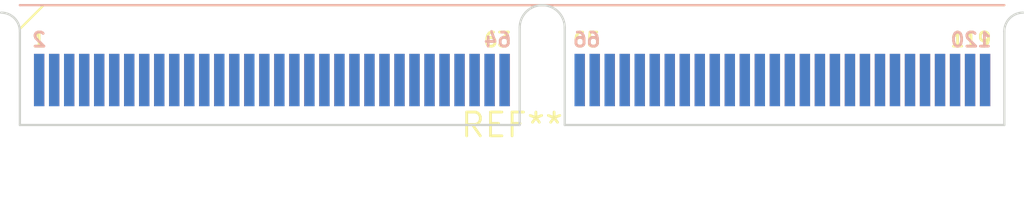
<source format=kicad_pcb>
(kicad_pcb (version 20240108) (generator pcbnew)
  (layers (0 "F.Cu" signal) (31 "B.Cu" signal) (34 "B.Paste" user) (35 "F.Paste" user) (36 "B.SilkS" user "B.Silkscreen") (37 "F.SilkS" user "F.Silkscreen") (38 "B.Mask" user) (39 "F.Mask" user) (44 "Edge.Cuts" user))
  (net 0 "")
  (footprint "Samtec_HSEC8-160-X-X-DV_2x60_P0.8mm_Wing_Edge" (layer "F.Cu") (at 0 0)
    (property "Reference" "REF**")
    (property "Value" "Samtec_HSEC8-160-X-X-DV_2x60_P0.8mm_Wing_Edge")
    (fp_line (start -26.225 -6.4) (end -26.225 -6.4) (layer "B.SilkS") (stroke (width 0.12)))
    (fp_line (start -26.225 -6.4) (end 26.225 -6.4) (layer "B.SilkS") (stroke (width 0.12)))
    (fp_line (start -26.225 -5.13) (end -24.955 -6.4) (layer "F.SilkS") (stroke (width 0.12)))
    (fp_line (start -24.955 -6.4) (end 26.225 -6.4) (layer "F.SilkS") (stroke (width 0.12)))
    (fp_line (start -26.225 -5) (end -26.225 0) (layer "Edge.Cuts") (stroke (width 0.12)))
    (fp_line (start -26.225 0) (end 0.405 0) (layer "Edge.Cuts") (stroke (width 0.12)))
    (fp_line (start 0.405 0) (end 0.405 -5.2) (layer "Edge.Cuts") (stroke (width 0.12)))
    (fp_line (start 2.805 -5.2) (end 2.805 0) (layer "Edge.Cuts") (stroke (width 0.12)))
    (fp_line (start 2.805 0) (end 26.225 0) (layer "Edge.Cuts") (stroke (width 0.12)))
    (fp_line (start 26.225 0) (end 26.225 -5) (layer "Edge.Cuts") (stroke (width 0.12)))
    (fp_arc (start -27.225 -6) (mid -26.517893 -5.707107) (end -26.225 -5) (layer "Edge.Cuts") (stroke (width 0.12)))
    (fp_arc (start 0.405 -5.2) (mid 1.605 -6.4) (end 2.805 -5.2) (layer "Edge.Cuts") (stroke (width 0.12)))
    (fp_arc (start 26.225 -5) (mid 26.517893 -5.707107) (end 27.225 -6) (layer "Edge.Cuts") (stroke (width 0.12)))
    (fp_text user "66" (at 3.975 -4.55 0) (layer "B.SilkS") (effects (font (size 0.75 0.75)) (justify mirror)))
    (fp_text user "120" (at 24.45 -4.55 0) (layer "B.SilkS") (effects (font (size 0.75 0.75)) (justify mirror)))
    (fp_text user "64" (at -0.775 -4.55 0) (layer "B.SilkS") (effects (font (size 0.75 0.75)) (justify mirror)))
    (fp_text user "2" (at -25.2 -4.55 0) (layer "B.SilkS") (effects (font (size 0.75 0.75)) (justify mirror)))
    (fp_text user "65" (at 3.975 -4.55 0) (layer "F.SilkS") (effects (font (size 0.75 0.75))))
    (fp_text user "63" (at -0.775 -4.55 0) (layer "F.SilkS") (effects (font (size 0.75 0.75))))
    (fp_text user "1" (at -25.2 -4.55 0) (layer "F.SilkS") (effects (font (size 0.75 0.75))))
    (fp_text user "119" (at 24.45 -4.55 0) (layer "F.SilkS") (effects (font (size 0.75 0.75))))
    (pad "1" connect rect (at -25.2 -2.4) (size 0.55 2.8) (layers "F.Cu" "F.Mask"))
    (pad "2" connect rect (at -25.2 -2.4) (size 0.55 2.8) (layers "B.Cu" "B.Mask"))
    (pad "3" connect rect (at -24.4 -2.4) (size 0.55 2.8) (layers "F.Cu" "F.Mask"))
    (pad "4" connect rect (at -24.4 -2.4) (size 0.55 2.8) (layers "B.Cu" "B.Mask"))
    (pad "5" connect rect (at -23.6 -2.4) (size 0.55 2.8) (layers "F.Cu" "F.Mask"))
    (pad "6" connect rect (at -23.6 -2.4) (size 0.55 2.8) (layers "B.Cu" "B.Mask"))
    (pad "7" connect rect (at -22.8 -2.4) (size 0.55 2.8) (layers "F.Cu" "F.Mask"))
    (pad "8" connect rect (at -22.8 -2.4) (size 0.55 2.8) (layers "B.Cu" "B.Mask"))
    (pad "9" connect rect (at -22 -2.4) (size 0.55 2.8) (layers "F.Cu" "F.Mask"))
    (pad "10" connect rect (at -22 -2.4) (size 0.55 2.8) (layers "B.Cu" "B.Mask"))
    (pad "11" connect rect (at -21.2 -2.4) (size 0.55 2.8) (layers "F.Cu" "F.Mask"))
    (pad "12" connect rect (at -21.2 -2.4) (size 0.55 2.8) (layers "B.Cu" "B.Mask"))
    (pad "13" connect rect (at -20.4 -2.4) (size 0.55 2.8) (layers "F.Cu" "F.Mask"))
    (pad "14" connect rect (at -20.4 -2.4) (size 0.55 2.8) (layers "B.Cu" "B.Mask"))
    (pad "15" connect rect (at -19.6 -2.4) (size 0.55 2.8) (layers "F.Cu" "F.Mask"))
    (pad "16" connect rect (at -19.6 -2.4) (size 0.55 2.8) (layers "B.Cu" "B.Mask"))
    (pad "17" connect rect (at -18.8 -2.4) (size 0.55 2.8) (layers "F.Cu" "F.Mask"))
    (pad "18" connect rect (at -18.8 -2.4) (size 0.55 2.8) (layers "B.Cu" "B.Mask"))
    (pad "19" connect rect (at -18 -2.4) (size 0.55 2.8) (layers "F.Cu" "F.Mask"))
    (pad "20" connect rect (at -18 -2.4) (size 0.55 2.8) (layers "B.Cu" "B.Mask"))
    (pad "21" connect rect (at -17.2 -2.4) (size 0.55 2.8) (layers "F.Cu" "F.Mask"))
    (pad "22" connect rect (at -17.2 -2.4) (size 0.55 2.8) (layers "B.Cu" "B.Mask"))
    (pad "23" connect rect (at -16.4 -2.4) (size 0.55 2.8) (layers "F.Cu" "F.Mask"))
    (pad "24" connect rect (at -16.4 -2.4) (size 0.55 2.8) (layers "B.Cu" "B.Mask"))
    (pad "25" connect rect (at -15.6 -2.4) (size 0.55 2.8) (layers "F.Cu" "F.Mask"))
    (pad "26" connect rect (at -15.6 -2.4) (size 0.55 2.8) (layers "B.Cu" "B.Mask"))
    (pad "27" connect rect (at -14.8 -2.4) (size 0.55 2.8) (layers "F.Cu" "F.Mask"))
    (pad "28" connect rect (at -14.8 -2.4) (size 0.55 2.8) (layers "B.Cu" "B.Mask"))
    (pad "29" connect rect (at -14 -2.4) (size 0.55 2.8) (layers "F.Cu" "F.Mask"))
    (pad "30" connect rect (at -14 -2.4) (size 0.55 2.8) (layers "B.Cu" "B.Mask"))
    (pad "31" connect rect (at -13.2 -2.4) (size 0.55 2.8) (layers "F.Cu" "F.Mask"))
    (pad "32" connect rect (at -13.2 -2.4) (size 0.55 2.8) (layers "B.Cu" "B.Mask"))
    (pad "33" connect rect (at -12.4 -2.4) (size 0.55 2.8) (layers "F.Cu" "F.Mask"))
    (pad "34" connect rect (at -12.4 -2.4) (size 0.55 2.8) (layers "B.Cu" "B.Mask"))
    (pad "35" connect rect (at -11.6 -2.4) (size 0.55 2.8) (layers "F.Cu" "F.Mask"))
    (pad "36" connect rect (at -11.6 -2.4) (size 0.55 2.8) (layers "B.Cu" "B.Mask"))
    (pad "37" connect rect (at -10.8 -2.4) (size 0.55 2.8) (layers "F.Cu" "F.Mask"))
    (pad "38" connect rect (at -10.8 -2.4) (size 0.55 2.8) (layers "B.Cu" "B.Mask"))
    (pad "39" connect rect (at -10 -2.4) (size 0.55 2.8) (layers "F.Cu" "F.Mask"))
    (pad "40" connect rect (at -10 -2.4) (size 0.55 2.8) (layers "B.Cu" "B.Mask"))
    (pad "41" connect rect (at -9.2 -2.4) (size 0.55 2.8) (layers "F.Cu" "F.Mask"))
    (pad "42" connect rect (at -9.2 -2.4) (size 0.55 2.8) (layers "B.Cu" "B.Mask"))
    (pad "43" connect rect (at -8.4 -2.4) (size 0.55 2.8) (layers "F.Cu" "F.Mask"))
    (pad "44" connect rect (at -8.4 -2.4) (size 0.55 2.8) (layers "B.Cu" "B.Mask"))
    (pad "45" connect rect (at -7.6 -2.4) (size 0.55 2.8) (layers "F.Cu" "F.Mask"))
    (pad "46" connect rect (at -7.6 -2.4) (size 0.55 2.8) (layers "B.Cu" "B.Mask"))
    (pad "47" connect rect (at -6.8 -2.4) (size 0.55 2.8) (layers "F.Cu" "F.Mask"))
    (pad "48" connect rect (at -6.8 -2.4) (size 0.55 2.8) (layers "B.Cu" "B.Mask"))
    (pad "49" connect rect (at -6 -2.4) (size 0.55 2.8) (layers "F.Cu" "F.Mask"))
    (pad "50" connect rect (at -6 -2.4) (size 0.55 2.8) (layers "B.Cu" "B.Mask"))
    (pad "51" connect rect (at -5.2 -2.4) (size 0.55 2.8) (layers "F.Cu" "F.Mask"))
    (pad "52" connect rect (at -5.2 -2.4) (size 0.55 2.8) (layers "B.Cu" "B.Mask"))
    (pad "53" connect rect (at -4.4 -2.4) (size 0.55 2.8) (layers "F.Cu" "F.Mask"))
    (pad "54" connect rect (at -4.4 -2.4) (size 0.55 2.8) (layers "B.Cu" "B.Mask"))
    (pad "55" connect rect (at -3.6 -2.4) (size 0.55 2.8) (layers "F.Cu" "F.Mask"))
    (pad "56" connect rect (at -3.6 -2.4) (size 0.55 2.8) (layers "B.Cu" "B.Mask"))
    (pad "57" connect rect (at -2.8 -2.4) (size 0.55 2.8) (layers "F.Cu" "F.Mask"))
    (pad "58" connect rect (at -2.8 -2.4) (size 0.55 2.8) (layers "B.Cu" "B.Mask"))
    (pad "59" connect rect (at -2 -2.4) (size 0.55 2.8) (layers "F.Cu" "F.Mask"))
    (pad "60" connect rect (at -2 -2.4) (size 0.55 2.8) (layers "B.Cu" "B.Mask"))
    (pad "61" connect rect (at -1.2 -2.4) (size 0.55 2.8) (layers "F.Cu" "F.Mask"))
    (pad "62" connect rect (at -1.2 -2.4) (size 0.55 2.8) (layers "B.Cu" "B.Mask"))
    (pad "63" connect rect (at -0.4 -2.4) (size 0.55 2.8) (layers "F.Cu" "F.Mask"))
    (pad "64" connect rect (at -0.4 -2.4) (size 0.55 2.8) (layers "B.Cu" "B.Mask"))
    (pad "65" connect rect (at 3.6 -2.4) (size 0.55 2.8) (layers "F.Cu" "F.Mask"))
    (pad "66" connect rect (at 3.6 -2.4) (size 0.55 2.8) (layers "B.Cu" "B.Mask"))
    (pad "67" connect rect (at 4.4 -2.4) (size 0.55 2.8) (layers "F.Cu" "F.Mask"))
    (pad "68" connect rect (at 4.4 -2.4) (size 0.55 2.8) (layers "B.Cu" "B.Mask"))
    (pad "69" connect rect (at 5.2 -2.4) (size 0.55 2.8) (layers "F.Cu" "F.Mask"))
    (pad "70" connect rect (at 5.2 -2.4) (size 0.55 2.8) (layers "B.Cu" "B.Mask"))
    (pad "71" connect rect (at 6 -2.4) (size 0.55 2.8) (layers "F.Cu" "F.Mask"))
    (pad "72" connect rect (at 6 -2.4) (size 0.55 2.8) (layers "B.Cu" "B.Mask"))
    (pad "73" connect rect (at 6.8 -2.4) (size 0.55 2.8) (layers "F.Cu" "F.Mask"))
    (pad "74" connect rect (at 6.8 -2.4) (size 0.55 2.8) (layers "B.Cu" "B.Mask"))
    (pad "75" connect rect (at 7.6 -2.4) (size 0.55 2.8) (layers "F.Cu" "F.Mask"))
    (pad "76" connect rect (at 7.6 -2.4) (size 0.55 2.8) (layers "B.Cu" "B.Mask"))
    (pad "77" connect rect (at 8.4 -2.4) (size 0.55 2.8) (layers "F.Cu" "F.Mask"))
    (pad "78" connect rect (at 8.4 -2.4) (size 0.55 2.8) (layers "B.Cu" "B.Mask"))
    (pad "79" connect rect (at 9.2 -2.4) (size 0.55 2.8) (layers "F.Cu" "F.Mask"))
    (pad "80" connect rect (at 9.2 -2.4) (size 0.55 2.8) (layers "B.Cu" "B.Mask"))
    (pad "81" connect rect (at 10 -2.4) (size 0.55 2.8) (layers "F.Cu" "F.Mask"))
    (pad "82" connect rect (at 10 -2.4) (size 0.55 2.8) (layers "B.Cu" "B.Mask"))
    (pad "83" connect rect (at 10.8 -2.4) (size 0.55 2.8) (layers "F.Cu" "F.Mask"))
    (pad "84" connect rect (at 10.8 -2.4) (size 0.55 2.8) (layers "B.Cu" "B.Mask"))
    (pad "85" connect rect (at 11.6 -2.4) (size 0.55 2.8) (layers "F.Cu" "F.Mask"))
    (pad "86" connect rect (at 11.6 -2.4) (size 0.55 2.8) (layers "B.Cu" "B.Mask"))
    (pad "87" connect rect (at 12.4 -2.4) (size 0.55 2.8) (layers "F.Cu" "F.Mask"))
    (pad "88" connect rect (at 12.4 -2.4) (size 0.55 2.8) (layers "B.Cu" "B.Mask"))
    (pad "89" connect rect (at 13.2 -2.4) (size 0.55 2.8) (layers "F.Cu" "F.Mask"))
    (pad "90" connect rect (at 13.2 -2.4) (size 0.55 2.8) (layers "B.Cu" "B.Mask"))
    (pad "91" connect rect (at 14 -2.4) (size 0.55 2.8) (layers "F.Cu" "F.Mask"))
    (pad "92" connect rect (at 14 -2.4) (size 0.55 2.8) (layers "B.Cu" "B.Mask"))
    (pad "93" connect rect (at 14.8 -2.4) (size 0.55 2.8) (layers "F.Cu" "F.Mask"))
    (pad "94" connect rect (at 14.8 -2.4) (size 0.55 2.8) (layers "B.Cu" "B.Mask"))
    (pad "95" connect rect (at 15.6 -2.4) (size 0.55 2.8) (layers "F.Cu" "F.Mask"))
    (pad "96" connect rect (at 15.6 -2.4) (size 0.55 2.8) (layers "B.Cu" "B.Mask"))
    (pad "97" connect rect (at 16.4 -2.4) (size 0.55 2.8) (layers "F.Cu" "F.Mask"))
    (pad "98" connect rect (at 16.4 -2.4) (size 0.55 2.8) (layers "B.Cu" "B.Mask"))
    (pad "99" connect rect (at 17.2 -2.4) (size 0.55 2.8) (layers "F.Cu" "F.Mask"))
    (pad "100" connect rect (at 17.2 -2.4) (size 0.55 2.8) (layers "B.Cu" "B.Mask"))
    (pad "101" connect rect (at 18 -2.4) (size 0.55 2.8) (layers "F.Cu" "F.Mask"))
    (pad "102" connect rect (at 18 -2.4) (size 0.55 2.8) (layers "B.Cu" "B.Mask"))
    (pad "103" connect rect (at 18.8 -2.4) (size 0.55 2.8) (layers "F.Cu" "F.Mask"))
    (pad "104" connect rect (at 18.8 -2.4) (size 0.55 2.8) (layers "B.Cu" "B.Mask"))
    (pad "105" connect rect (at 19.6 -2.4) (size 0.55 2.8) (layers "F.Cu" "F.Mask"))
    (pad "106" connect rect (at 19.6 -2.4) (size 0.55 2.8) (layers "B.Cu" "B.Mask"))
    (pad "107" connect rect (at 20.4 -2.4) (size 0.55 2.8) (layers "F.Cu" "F.Mask"))
    (pad "108" connect rect (at 20.4 -2.4) (size 0.55 2.8) (layers "B.Cu" "B.Mask"))
    (pad "109" connect rect (at 21.2 -2.4) (size 0.55 2.8) (layers "F.Cu" "F.Mask"))
    (pad "110" connect rect (at 21.2 -2.4) (size 0.55 2.8) (layers "B.Cu" "B.Mask"))
    (pad "111" connect rect (at 22 -2.4) (size 0.55 2.8) (layers "F.Cu" "F.Mask"))
    (pad "112" connect rect (at 22 -2.4) (size 0.55 2.8) (layers "B.Cu" "B.Mask"))
    (pad "113" connect rect (at 22.8 -2.4) (size 0.55 2.8) (layers "F.Cu" "F.Mask"))
    (pad "114" connect rect (at 22.8 -2.4) (size 0.55 2.8) (layers "B.Cu" "B.Mask"))
    (pad "115" connect rect (at 23.6 -2.4) (size 0.55 2.8) (layers "F.Cu" "F.Mask"))
    (pad "116" connect rect (at 23.6 -2.4) (size 0.55 2.8) (layers "B.Cu" "B.Mask"))
    (pad "117" connect rect (at 24.4 -2.4) (size 0.55 2.8) (layers "F.Cu" "F.Mask"))
    (pad "118" connect rect (at 24.4 -2.4) (size 0.55 2.8) (layers "B.Cu" "B.Mask"))
    (pad "119" connect rect (at 25.2 -2.4) (size 0.55 2.8) (layers "F.Cu" "F.Mask"))
    (pad "120" connect rect (at 25.2 -2.4) (size 0.55 2.8) (layers "B.Cu" "B.Mask"))
  )
)
</source>
